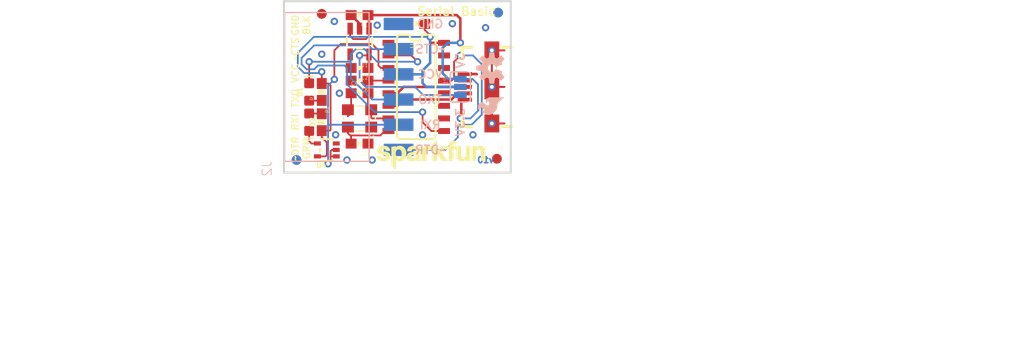
<source format=kicad_pcb>
(kicad_pcb (version 20211014) (generator pcbnew)
  (layers (0 "F.Cu" signal) (31 "B.Cu" signal) (34 "B.Paste" user) (35 "F.Paste" user) (36 "B.SilkS" user "B.Silkscreen") (37 "F.SilkS" user "F.Silkscreen") (38 "B.Mask" user) (39 "F.Mask" user) (44 "Edge.Cuts" user))
  (net 0 "")
  (net 1 "GND")
  (net 2 "~{CTS}")
  (net 3 "~{DTR}")
  (net 4 "3.3V")
  (net 5 "N$1")
  (net 6 "N$2")
  (net 7 "TXO")
  (net 8 "RXI")
  (net 9 "VCC")
  (net 10 "5V")
  (net 11 "N$3")
  (net 12 "N$4")
  (net 13 "N$6")
  (net 14 "N$7")
  (net 15 "V3")
  (net 16 "SHLD")
  (net 17 "N$5")
  (footprint "boardEagle:0603-CAP" (layer "F.Cu") (at 144.6911 110.7186 180)
    (fp_text reference "C5" (at -0.889 -0.762 180) (layer "F.SilkS") (effects (font (size 0.373888 0.373888) (thickness 0.032512)) (justify right top)))
    (fp_text value "10pF")
    (pad "1" smd rect (at -0.85 0 180) (size 1.1 1) (layers "F.Cu" "F.Paste" "F.Mask") (net 1 "GND"))
    (pad "2" smd rect (at 0.85 0 180) (size 1.1 1) (layers "F.Cu" "F.Paste" "F.Mask") (net 11 "N$3"))
  )
  (footprint "boardEagle:0603-CAP" (layer "F.Cu") (at 144.6911 105.6386)
    (fp_text reference "C4" (at -0.889 -0.762) (layer "F.SilkS") (effects (font (size 0.373888 0.373888) (thickness 0.032512)) (justify left bottom)))
    (fp_text value "10pF")
    (pad "1" smd rect (at -0.85 0) (size 1.1 1) (layers "F.Cu" "F.Paste" "F.Mask") (net 1 "GND"))
    (pad "2" smd rect (at 0.85 0) (size 1.1 1) (layers "F.Cu" "F.Paste" "F.Mask") (net 12 "N$4"))
  )
  (footprint "boardEagle:CRYSTAL-SMD-3.2X2.5" (layer "F.Cu") (at 144.6911 108.1786 180)
    (fp_text reference "Y2" (at -1.651 -1.397 180) (layer "F.SilkS") (effects (font (size 0.397256 0.397256) (thickness 0.034544)) (justify right top)))
    (fp_text value "12MHz")
    (pad "1" smd rect (at -1.175 0.875) (size 1.2 1.1) (layers "F.Cu" "F.Paste" "F.Mask") (net 12 "N$4"))
    (pad "2" smd rect (at 1.175 0.875 180) (size 1.2 1.1) (layers "F.Cu" "F.Paste" "F.Mask") (net 1 "GND"))
    (pad "3" smd rect (at 1.175 -0.875 180) (size 1.2 1.1) (layers "F.Cu" "F.Paste" "F.Mask") (net 11 "N$3"))
    (pad "4" smd rect (at -1.175 -0.875) (size 1.2 1.1) (layers "F.Cu" "F.Paste" "F.Mask") (net 1 "GND"))
  )
  (footprint "boardEagle:0603-CAP" (layer "F.Cu") (at 144.6911 97.7646 180)
    (fp_text reference "C1" (at -0.889 -0.762 180) (layer "F.SilkS") (effects (font (size 0.373888 0.373888) (thickness 0.032512)) (justify right top)))
    (fp_text value "1.0uF")
    (pad "1" smd rect (at -0.85 0 180) (size 1.1 1) (layers "F.Cu" "F.Paste" "F.Mask") (net 10 "5V"))
    (pad "2" smd rect (at 0.85 0 180) (size 1.1 1) (layers "F.Cu" "F.Paste" "F.Mask") (net 1 "GND"))
  )
  (footprint "boardEagle:SO016" (layer "F.Cu") (at 150.4061 105.0036 -90)
    (fp_text reference "U2" (at -3.81 0 -90) (layer "F.SilkS") (effects (font (size 0.54864 0.54864) (thickness 0.06096)) (justify left bottom)))
    (fp_text value "CH340G")
    (pad "1" smd rect (at -4.445 2.8 270) (size 0.6 1.2) (layers "F.Cu" "F.Paste" "F.Mask") (net 1 "GND"))
    (pad "2" smd rect (at -3.175 2.8 270) (size 0.6 1.2) (layers "F.Cu" "F.Paste" "F.Mask") (net 7 "TXO"))
    (pad "3" smd rect (at -1.905 2.8 270) (size 0.6 1.2) (layers "F.Cu" "F.Paste" "F.Mask") (net 8 "RXI"))
    (pad "4" smd rect (at -0.635 2.8 270) (size 0.6 1.2) (layers "F.Cu" "F.Paste" "F.Mask") (net 15 "V3"))
    (pad "5" smd rect (at 0.635 2.8 270) (size 0.6 1.2) (layers "F.Cu" "F.Paste" "F.Mask") (net 14 "N$7"))
    (pad "6" smd rect (at 1.905 2.8 270) (size 0.6 1.2) (layers "F.Cu" "F.Paste" "F.Mask") (net 13 "N$6"))
    (pad "7" smd rect (at 3.175 2.8 270) (size 0.6 1.2) (layers "F.Cu" "F.Paste" "F.Mask") (net 12 "N$4"))
    (pad "8" smd rect (at 4.445 2.8 270) (size 0.6 1.2) (layers "F.Cu" "F.Paste" "F.Mask") (net 11 "N$3"))
    (pad "9" smd rect (at 4.445 -2.8 270) (size 0.6 1.2) (layers "F.Cu" "F.Paste" "F.Mask") (net 2 "~{CTS}"))
    (pad "10" smd rect (at 3.175 -2.8 270) (size 0.6 1.2) (layers "F.Cu" "F.Paste" "F.Mask"))
    (pad "11" smd rect (at 1.905 -2.8 270) (size 0.6 1.2) (layers "F.Cu" "F.Paste" "F.Mask"))
    (pad "12" smd rect (at 0.635 -2.8 270) (size 0.6 1.2) (layers "F.Cu" "F.Paste" "F.Mask"))
    (pad "13" smd rect (at -0.635 -2.8 270) (size 0.6 1.2) (layers "F.Cu" "F.Paste" "F.Mask") (net 3 "~{DTR}"))
    (pad "14" smd rect (at -1.905 -2.8 270) (size 0.6 1.2) (layers "F.Cu" "F.Paste" "F.Mask"))
    (pad "15" smd rect (at -3.175 -2.8 270) (size 0.6 1.2) (layers "F.Cu" "F.Paste" "F.Mask"))
    (pad "16" smd rect (at -4.445 -2.8 270) (size 0.6 1.2) (layers "F.Cu" "F.Paste" "F.Mask") (net 9 "VCC"))
  )
  (footprint "boardEagle:0603-CAP" (layer "F.Cu") (at 144.6911 103.0986 180)
    (fp_text reference "C2" (at -0.889 -0.762 180) (layer "F.SilkS") (effects (font (size 0.373888 0.373888) (thickness 0.032512)) (justify right top)))
    (fp_text value "1.0uF")
    (pad "1" smd rect (at -0.85 0 180) (size 1.1 1) (layers "F.Cu" "F.Paste" "F.Mask") (net 4 "3.3V"))
    (pad "2" smd rect (at 0.85 0 180) (size 1.1 1) (layers "F.Cu" "F.Paste" "F.Mask") (net 1 "GND"))
  )
  (footprint "boardEagle:0603-RES" (layer "F.Cu") (at 140.8811 108.5596 -90)
    (fp_text reference "R2" (at -0.889 -0.762 -90) (layer "F.SilkS") (effects (font (size 0.373888 0.373888) (thickness 0.032512)) (justify left bottom)))
    (fp_text value "1K")
    (pad "1" smd rect (at -0.85 0 270) (size 1.1 1) (layers "F.Cu" "F.Paste" "F.Mask") (net 6 "N$2"))
    (pad "2" smd rect (at 0.85 0 270) (size 1.1 1) (layers "F.Cu" "F.Paste" "F.Mask") (net 9 "VCC"))
  )
  (footprint "boardEagle:FIDUCIAL-1X2" (layer "F.Cu") (at 158.5341 112.2426)
    (fp_text reference "JP4" hide)
    (fp_text value "FIDUCIAL1X2" hide)
    (pad "1" smd roundrect (at 0 0) (size 1 1) (layers "F.Cu" "F.Mask") (roundrect_rratio 0.5))
  )
  (footprint "boardEagle:CREATIVE_COMMONS" (layer "F.Cu") (at 128.764644 131.4196)
    (fp_text reference "FRAME1" hide)
    (fp_text value "FRAME-LETTER" hide)
  )
  (footprint "boardEagle:LED-0603" (layer "F.Cu") (at 139.6111 105.5116 90)
    (fp_text reference "D1" (at 0 -0.635 90) (layer "F.SilkS") (effects (font (size 0.48768 0.48768) (thickness 0.12192)) (justify bottom)))
    (fp_text value "GREEN")
    (pad "A" smd roundrect (at -0.877 0) (size 1 1) (layers "F.Cu" "F.Paste" "F.Mask") (roundrect_rratio 0.15) (net 5 "N$1"))
    (pad "C" smd roundrect (at 0.877 0) (size 1 1) (layers "F.Cu" "F.Paste" "F.Mask") (roundrect_rratio 0.15) (net 7 "TXO"))
  )
  (footprint "boardEagle:SFE_LOGO_NAME_.1" (layer "F.Cu") (at 145.9611 113.7666)
    (fp_text reference "LOGO3" hide)
    (fp_text value "SFE_LOGO_NAME.1_INCH" hide)
  )
  (footprint "boardEagle:SOT23-5" (layer "F.Cu") (at 144.6911 100.4316 180)
    (fp_text reference "U1" (at -0.889 -2.159 180) (layer "F.SilkS") (effects (font (size 0.373888 0.373888) (thickness 0.032512)) (justify right top)))
    (fp_text value "AP2112-3.3V")
    (pad "1" smd rect (at -0.95 1.3001 180) (size 0.55 1.2) (layers "F.Cu" "F.Paste" "F.Mask") (net 10 "5V"))
    (pad "2" smd rect (at 0 1.3001 180) (size 0.55 1.2) (layers "F.Cu" "F.Paste" "F.Mask") (net 1 "GND"))
    (pad "3" smd rect (at 0.95 1.3001 180) (size 0.55 1.2) (layers "F.Cu" "F.Paste" "F.Mask") (net 10 "5V"))
    (pad "4" smd rect (at 0.95 -1.3001 180) (size 0.55 1.2) (layers "F.Cu" "F.Paste" "F.Mask"))
    (pad "5" smd rect (at -0.95 -1.3001 180) (size 0.55 1.2) (layers "F.Cu" "F.Paste" "F.Mask") (net 4 "3.3V"))
  )
  (footprint "boardEagle:0603-CAP" (layer "F.Cu") (at 144.6911 104.3686 180)
    (fp_text reference "C6" (at -0.889 -0.762 180) (layer "F.SilkS") (effects (font (size 0.373888 0.373888) (thickness 0.032512)) (justify right top)))
    (fp_text value "10nF")
    (pad "1" smd rect (at -0.85 0 180) (size 1.1 1) (layers "F.Cu" "F.Paste" "F.Mask") (net 15 "V3"))
    (pad "2" smd rect (at 0.85 0 180) (size 1.1 1) (layers "F.Cu" "F.Paste" "F.Mask") (net 1 "GND"))
  )
  (footprint "boardEagle:LED-0603" (layer "F.Cu") (at 139.6111 108.5596 -90)
    (fp_text reference "D2" (at 0 -0.635 -90) (layer "F.SilkS") (effects (font (size 0.48768 0.48768) (thickness 0.12192)) (justify bottom)))
    (fp_text value "Yellow")
    (pad "A" smd roundrect (at -0.877 0 180) (size 1 1) (layers "F.Cu" "F.Paste" "F.Mask") (roundrect_rratio 0.15) (net 6 "N$2"))
    (pad "C" smd roundrect (at 0.877 0 180) (size 1 1) (layers "F.Cu" "F.Paste" "F.Mask") (roundrect_rratio 0.15) (net 17 "N$5"))
  )
  (footprint "boardEagle:FIDUCIAL-1X2" (layer "F.Cu") (at 140.8811 97.6376)
    (fp_text reference "JP3" hide)
    (fp_text value "FIDUCIAL1X2" hide)
    (pad "1" smd roundrect (at 0 0) (size 1 1) (layers "F.Cu" "F.Mask") (roundrect_rratio 0.5))
  )
  (footprint "boardEagle:0603-RES" (layer "F.Cu") (at 140.8811 105.5116 90)
    (fp_text reference "R3" (at -0.889 -0.762 90) (layer "F.SilkS") (effects (font (size 0.373888 0.373888) (thickness 0.032512)) (justify left bottom)))
    (fp_text value "330")
    (pad "1" smd rect (at -0.85 0 90) (size 1.1 1) (layers "F.Cu" "F.Paste" "F.Mask") (net 5 "N$1"))
    (pad "2" smd rect (at 0.85 0 90) (size 1.1 1) (layers "F.Cu" "F.Paste" "F.Mask") (net 9 "VCC"))
  )
  (footprint "boardEagle:0603-CAP" (layer "F.Cu") (at 150.4061 98.6536 180)
    (fp_text reference "C3" (at -0.889 -0.762 180) (layer "F.SilkS") (effects (font (size 0.373888 0.373888) (thickness 0.032512)) (justify right top)))
    (fp_text value "0.1uF")
    (pad "1" smd rect (at -0.85 0 180) (size 1.1 1) (layers "F.Cu" "F.Paste" "F.Mask") (net 9 "VCC"))
    (pad "2" smd rect (at 0.85 0 180) (size 1.1 1) (layers "F.Cu" "F.Paste" "F.Mask") (net 1 "GND"))
  )
  (footprint "boardEagle:SOT353" (layer "F.Cu") (at 141.3891 111.3536 90)
    (fp_text reference "U4" (at -1.27 0 180) (layer "F.SilkS") (effects (font (size 0.48768 0.48768) (thickness 0.12192)) (justify right top)))
    (fp_text value "74LVC1G08SE")
    (pad "1" smd rect (at -0.65 0.95 90) (size 0.42 0.7) (layers "F.Cu" "F.Paste" "F.Mask") (net 8 "RXI"))
    (pad "2" smd rect (at 0 0.95 90) (size 0.42 0.7) (layers "F.Cu" "F.Paste" "F.Mask") (net 8 "RXI"))
    (pad "3" smd rect (at 0.65 0.95 90) (size 0.42 0.7) (layers "F.Cu" "F.Paste" "F.Mask") (net 1 "GND"))
    (pad "4" smd rect (at 0.65 -0.95 90) (size 0.42 0.7) (layers "F.Cu" "F.Paste" "F.Mask") (net 17 "N$5"))
    (pad "5" smd rect (at -0.65 -0.95 90) (size 0.42 0.7) (layers "F.Cu" "F.Paste" "F.Mask") (net 9 "VCC"))
  )
  (footprint "boardEagle:USB-B-MICRO-SMD_V03" (layer "F.Cu") (at 158.0261 105.0036 180)
    (fp_text reference "J1" (at -1.27 -5.969 180) (layer "F.SilkS") (effects (font (size 0.373888 0.373888) (thickness 0.032512)) (justify right top)))
    (fp_text value "microB")
    (pad "" np_thru_hole circle (at 2.2 1.9 180) (size 0.85 0.85) (drill 0.85) (layers *.Cu *.Mask))
    (pad "" np_thru_hole circle (at 2.2 -1.9 180) (size 0.85 0.85) (drill 0.85) (layers *.Cu *.Mask))
    (pad "D+" smd rect (at 2.725 0 270) (size 0.4 1.45) (layers "F.Cu" "F.Paste" "F.Mask") (net 14 "N$7"))
    (pad "D-" smd rect (at 2.725 -0.65 270) (size 0.4 1.45) (layers "F.Cu" "F.Paste" "F.Mask") (net 13 "N$6"))
    (pad "GND" smd rect (at 2.725 1.3 270) (size 0.4 1.45) (layers "F.Cu" "F.Paste" "F.Mask") (net 1 "GND"))
    (pad "ID" smd rect (at 2.725 0.65 270) (size 0.4 1.45) (layers "F.Cu" "F.Paste" "F.Mask"))
    (pad "SHIELD1" smd rect (at 0 -3.685 270) (size 1.8 1.5) (layers "F.Cu") (net 16 "SHLD"))
    (pad "SHIELD2" smd rect (at 0 3.685 270) (size 1.8 1.5) (layers "F.Cu") (net 16 "SHLD"))
    (pad "SHIELD3" smd rect (at 0 0 270) (size 2.5 1.5) (layers "F.Cu") (net 16 "SHLD"))
    (pad "VBUS" smd rect (at 2.725 -1.3 270) (size 0.4 1.45) (layers "F.Cu" "F.Paste" "F.Mask") (net 10 "5V"))
  )
  (footprint "boardEagle:PAD-JUMPER-3-2OF3_NC_BY_PASTE_YES_SILK_FULL_BOX" (layer "B.Cu") (at 154.8511 105.0036 -90)
    (fp_text reference "JP1" (at -1.27 1.27 90) (layer "B.SilkS") (effects (font (size 0.373888 0.373888) (thickness 0.032512)) (justify left bottom mirror)))
    (fp_text value "")
    (pad "1" smd rect (at -0.8128 0 270) (size 0.635 1.27) (layers "B.Cu" "B.Mask") (net 10 "5V"))
    (pad "2" smd rect (at 0 0 270) (size 0.635 1.27) (layers "B.Cu" "B.Mask") (net 9 "VCC"))
    (pad "3" smd rect (at 0.8128 0 270) (size 0.635 1.27) (layers "B.Cu" "B.Mask") (net 4 "3.3V"))
  )
  (footprint "boardEagle:FIDUCIAL-1X2" (layer "B.Cu") (at 138.3411 112.3696 180)
    (fp_text reference "JP5" hide)
    (fp_text value "FIDUCIAL1X2" hide)
    (pad "1" smd roundrect (at 0 0 180) (size 1 1) (layers "B.Cu" "B.Mask") (roundrect_rratio 0.5))
  )
  (footprint "boardEagle:FIDUCIAL-1X2" (layer "B.Cu") (at 158.6611 97.5106 180)
    (fp_text reference "JP6" hide)
    (fp_text value "FIDUCIAL1X2" hide)
    (pad "1" smd roundrect (at 0 0 180) (size 1 1) (layers "B.Cu" "B.Mask") (roundrect_rratio 0.5))
  )
  (footprint "boardEagle:OSHW-LOGO-S" (layer "B.Cu") (at 158.0261 103.0986 -90)
    (fp_text reference "LOGO1" hide)
    (fp_text value "OSHW-LOGOS" hide)
  )
  (footprint "boardEagle:SFE_LOGO_FLAME_.1" (layer "B.Cu") (at 159.5501 105.7656 -90)
    (fp_text reference "LOGO2" hide)
    (fp_text value "SFE_LOGO_FLAME.1_INCH" hide)
  )
  (footprint "boardEagle:1X06-SMD-FEMALE-V2" (layer "B.Cu") (at 145.1991 105.0036 90)
    (fp_text reference "J2" (at -7.4 -9.3 270) (layer "B.SilkS") (effects (font (size 0.92 0.92) (thickness 0.08)) (justify left bottom mirror)))
    (fp_text value "")
    (pad "1" smd rect (at 6.35 3.425 270) (size 1.25 3) (layers "B.Cu" "B.Paste" "B.Mask") (net 1 "GND"))
    (pad "2" smd rect (at 3.81 3.425 270) (size 1.25 3) (layers "B.Cu" "B.Paste" "B.Mask") (net 2 "~{CTS}"))
    (pad "3" smd rect (at 1.27 3.425 270) (size 1.25 3) (layers "B.Cu" "B.Paste" "B.Mask") (net 9 "VCC"))
    (pad "4" smd rect (at -1.27 3.425 270) (size 1.25 3) (layers "B.Cu" "B.Paste" "B.Mask") (net 7 "TXO"))
    (pad "5" smd rect (at -3.81 3.425 270) (size 1.25 3) (layers "B.Cu" "B.Paste" "B.Mask") (net 8 "RXI"))
    (pad "6" smd rect (at -6.35 3.425 270) (size 1.25 3) (layers "B.Cu" "B.Paste" "B.Mask") (net 3 "~{DTR}"))
  )
  (gr_line (start 159.9311 113.6396) (end 137.0711 113.6396) (layer "Edge.Cuts") (width 0.2032))
  (gr_line (start 137.0711 113.6396) (end 137.0711 96.3676) (layer "Edge.Cuts") (width 0.2032))
  (gr_line (start 137.0711 96.3676) (end 159.9311 96.3676) (layer "Edge.Cuts") (width 0.2032))
  (gr_line (start 159.9311 96.3676) (end 159.9311 113.6396) (layer "Edge.Cuts") (width 0.2032))
  (gr_text "v10" (at 157.3911 112.3696) (layer "B.Cu") (effects (font (size 0.6096 0.6096) (thickness 0.2032)) (justify mirror)))
  (gr_text "GND" (at 151.8031 98.6536) (layer "B.SilkS") (effects (font (size 0.8636 0.8636) (thickness 0.1524)) (justify mirror)))
  (gr_text "5V" (at 154.8511 102.3366 -270) (layer "B.SilkS") (effects (font (size 0.8636 0.8636) (thickness 0.1524)) (justify mirror)))
  (gr_text "~DTR" (at 151.8031 111.3536) (layer "B.SilkS") (effects (font (size 0.8636 0.8636) (thickness 0.1524)) (justify mirror)))
  (gr_text "TXO" (at 151.8031 106.2736) (layer "B.SilkS") (effects (font (size 0.8636 0.8636) (thickness 0.1524)) (justify mirror)))
  (gr_text "3.3V" (at 154.8511 108.5596 -270) (layer "B.SilkS") (effects (font (size 0.8636 0.8636) (thickness 0.1524)) (justify mirror)))
  (gr_text "RXI" (at 151.8031 108.8136) (layer "B.SilkS") (effects (font (size 0.8636 0.8636) (thickness 0.1524)) (justify mirror)))
  (gr_text "~CTS" (at 151.8031 101.1936) (layer "B.SilkS") (effects (font (size 0.8636 0.8636) (thickness 0.1524)) (justify mirror)))
  (gr_text "VCC" (at 151.8031 103.7336) (layer "B.SilkS") (effects (font (size 0.8636 0.8636) (thickness 0.1524)) (justify mirror)))
  (gr_text "~DTR" (at 138.2141 111.2266 90) (layer "F.SilkS") (effects (font (size 0.69088 0.69088) (thickness 0.12192))))
  (gr_text "BLK" (at 139.3571 98.7806 90) (layer "F.SilkS") (effects (font (size 0.69088 0.69088) (thickness 0.12192))))
  (gr_text "GND" (at 138.2141 98.7806 90) (layer "F.SilkS") (effects (font (size 0.69088 0.69088) (thickness 0.12192))))
  (gr_text "RXI" (at 138.2141 108.5596 90) (layer "F.SilkS") (effects (font (size 0.69088 0.69088) (thickness 0.12192))))
  (gr_text "~CTS" (at 138.2141 101.1936 90) (layer "F.SilkS") (effects (font (size 0.69088 0.69088) (thickness 0.12192))))
  (gr_text "TXO" (at 138.2141 106.1466 90) (layer "F.SilkS") (effects (font (size 0.69088 0.69088) (thickness 0.12192))))
  (gr_text "Serial Basic" (at 154.4701 97.3836) (layer "F.SilkS") (effects (font (size 0.8636 0.8636) (thickness 0.1524))))
  (gr_text "VCC" (at 138.2141 103.6066 90) (layer "F.SilkS") (effects (font (size 0.69088 0.69088) (thickness 0.12192))))
  (gr_text "GRN" (at 139.3571 111.2266 90) (layer "F.SilkS") (effects (font (size 0.69088 0.69088) (thickness 0.12192))))
  (segment (start 143.5161 107.3036) (end 143.5161 107.9566) (width 0.1778) (layer "F.Cu") (net 1))
  (segment (start 144.6911 99.1315) (end 144.6911 98.6146) (width 0.254) (layer "F.Cu") (net 1))
  (segment (start 144.6911 98.6146) (end 143.8411 97.7646) (width 0.254) (layer "F.Cu") (net 1))
  (segment (start 143.8411 105.6386) (end 143.8411 107.6316) (width 0.1778) (layer "F.Cu") (net 1))
  (segment (start 143.8411 107.6316) (end 143.5161 107.9566) (width 0.1778) (layer "F.Cu") (net 1))
  (segment (start 156.4721 103.7036) (end 156.5021 103.7336) (width 0.254) (layer "F.Cu") (net 1))
  (segment (start 155.3011 103.7036) (end 156.4721 103.7036) (width 0.254) (layer "F.Cu") (net 1))
  (via (at 140.8811 101.7016) (size 0.7366) (drill 0.381) (layers "F.Cu" "B.Cu") (net 1))
  (via (at 146.4691 98.7806) (size 0.7366) (drill 0.381) (layers "F.Cu" "B.Cu") (net 1))
  (via (at 157.3911 99.0346) (size 0.7366) (drill 0.381) (layers "F.Cu" "B.Cu") (net 1))
  (via (at 145.9611 112.3696) (size 0.7366) (drill 0.381) (layers "F.Cu" "B.Cu") (net 1))
  (via (at 142.1511 98.3996) (size 0.7366) (drill 0.381) (layers "F.Cu" "B.Cu") (net 1))
  (via (at 151.0411 109.8296) (size 0.7366) (drill 0.381) (layers "F.Cu" "B.Cu") (net 1))
  (via (at 142.2781 109.8296) (size 0.7366) (drill 0.381) (layers "F.Cu" "B.Cu") (net 1))
  (via (at 154.0461 98.6266) (size 0.7366) (drill 0.381) (layers "F.Cu" "B.Cu") (net 1))
  (via (at 156.1211 109.8296) (size 0.7366) (drill 0.381) (layers "F.Cu" "B.Cu") (net 1))
  (via (at 142.6591 105.6386) (size 0.7366) (drill 0.381) (layers "F.Cu" "B.Cu") (net 1))
  (via (at 143.4211 112.3696) (size 0.7366) (drill 0.381) (layers "F.Cu" "B.Cu") (net 1))
  (segment (start 151.0411 108.5596) (end 151.0411 107.5436) (width 0.1778) (layer "F.Cu") (net 2))
  (segment (start 153.2061 109.4486) (end 151.9301 109.4486) (width 0.1778) (layer "F.Cu") (net 2))
  (segment (start 151.9301 109.4486) (end 151.0411 108.5596) (width 0.1778) (layer "F.Cu") (net 2))
  (via (at 151.0411 107.5436) (size 0.7366) (drill 0.381) (layers "F.Cu" "B.Cu") (net 2))
  (segment (start 145.9611 101.1936) (end 148.6241 101.1936) (width 0.1778) (layer "B.Cu") (net 2))
  (segment (start 138.8491 102.7176) (end 138.8491 102.0826) (width 0.1778) (layer "B.Cu") (net 2))
  (segment (start 151.0411 107.5436) (end 146.2151 107.5436) (width 0.1778) (layer "B.Cu") (net 2))
  (segment (start 139.3571 103.2256) (end 138.8491 102.7176) (width 0.1778) (layer "B.Cu") (net 2))
  (segment (start 140.1191 100.8126) (end 138.8491 102.0826) (width 0.1778) (layer "B.Cu") (net 2))
  (segment (start 143.1671 102.8446) (end 143.4211 103.0986) (width 0.1778) (layer "B.Cu") (net 2))
  (segment (start 140.5001 102.8446) (end 143.1671 102.8446) (width 0.1778) (layer "B.Cu") (net 2))
  (segment (start 140.1191 103.2256) (end 139.3571 103.2256) (width 0.1778) (layer "B.Cu") (net 2))
  (segment (start 145.9611 101.1936) (end 145.5801 100.8126) (width 0.1778) (layer "B.Cu") (net 2))
  (segment (start 143.4211 104.7496) (end 143.4211 103.0986) (width 0.1778) (layer "B.Cu") (net 2))
  (segment (start 145.5801 100.8126) (end 140.1191 100.8126) (width 0.1778) (layer "B.Cu") (net 2))
  (segment (start 146.2151 107.5436) (end 143.4211 104.7496) (width 0.1778) (layer "B.Cu") (net 2))
  (segment (start 140.1191 103.2256) (end 140.5001 102.8446) (width 0.1778) (layer "B.Cu") (net 2))
  (segment (start 154.2161 104.1146) (end 154.2161 102.4636) (width 0.1778) (layer "F.Cu") (net 3))
  (segment (start 153.9621 104.3686) (end 154.2161 104.1146) (width 0.1778) (layer "F.Cu") (net 3))
  (segment (start 153.2061 104.3686) (end 153.9621 104.3686) (width 0.1778) (layer "F.Cu") (net 3))
  (segment (start 154.2161 102.4636) (end 154.8511 101.8286) (width 0.1778) (layer "F.Cu") (net 3))
  (via (at 154.8511 101.8286) (size 0.7366) (drill 0.381) (layers "F.Cu" "B.Cu") (net 3))
  (segment (start 157.0101 107.7976) (end 157.0101 102.7176) (width 0.1778) (layer "B.Cu") (net 3))
  (segment (start 148.6241 111.3536) (end 153.3271 111.3536) (width 0.1778) (layer "B.Cu") (net 3))
  (segment (start 154.5971 109.0676) (end 154.5971 110.0836) (width 0.1778) (layer "B.Cu") (net 3))
  (segment (start 156.1211 101.8286) (end 154.8511 101.8286) (width 0.1778) (layer "B.Cu") (net 3))
  (segment (start 154.5971 110.0836) (end 153.3271 111.3536) (width 0.1778) (layer "B.Cu") (net 3))
  (segment (start 157.0101 107.7976) (end 155.9941 108.8136) (width 0.1778) (layer "B.Cu") (net 3))
  (segment (start 155.9941 108.8136) (end 154.8511 108.8136) (width 0.1778) (layer "B.Cu") (net 3))
  (segment (start 154.5971 109.0676) (end 154.8511 108.8136) (width 0.1778) (layer "B.Cu") (net 3))
  (segment (start 157.0101 102.7176) (end 156.1211 101.8286) (width 0.1778) (layer "B.Cu") (net 3))
  (segment (start 144.6911 101.8286) (end 145.611 101.8286) (width 0.1778) (layer "F.Cu") (net 4))
  (segment (start 145.611 101.8286) (end 145.611 101.7618) (width 0.254) (layer "F.Cu") (net 4))
  (segment (start 145.6411 101.7317) (end 145.6411 102.9986) (width 0.254) (layer "F.Cu") (net 4))
  (segment (start 145.6411 102.9986) (end 145.5411 103.0986) (width 0.254) (layer "F.Cu") (net 4))
  (segment (start 145.611 101.7618) (end 145.6411 101.7317) (width 0.254) (layer "F.Cu") (net 4))
  (via (at 144.6911 101.8286) (size 0.7366) (drill 0.381) (layers "F.Cu" "B.Cu") (net 4))
  (segment (start 144.6911 104.3686) (end 144.6911 101.8286) (width 0.1778) (layer "B.Cu") (net 4))
  (segment (start 150.2791 105.0036) (end 145.3261 105.0036) (width 0.1778) (layer "B.Cu") (net 4))
  (segment (start 151.0919 105.8164) (end 150.2791 105.0036) (width 0.1778) (layer "B.Cu") (net 4))
  (segment (start 145.3261 105.0036) (end 144.6911 104.3686) (width 0.1778) (layer "B.Cu") (net 4))
  (segment (start 154.8511 105.8164) (end 151.0919 105.8164) (width 0.1778) (layer "B.Cu") (net 4))
  (segment (start 140.8541 106.3886) (end 140.8811 106.3616) (width 0.1778) (layer "F.Cu") (net 5))
  (segment (start 139.6111 106.3886) (end 140.8541 106.3886) (width 0.1778) (layer "F.Cu") (net 5))
  (segment (start 140.8541 107.6826) (end 140.8811 107.7096) (width 0.1778) (layer "F.Cu") (net 6))
  (segment (start 139.6111 107.6826) (end 140.8541 107.6826) (width 0.1778) (layer "F.Cu") (net 6))
  (segment (start 147.6061 101.8286) (end 149.8981 101.8286) (width 0.1778) (layer "F.Cu") (net 7))
  (segment (start 149.8981 101.8286) (end 150.5331 102.4636) (width 0.1778) (layer "F.Cu") (net 7))
  (segment (start 139.6111 102.4636) (end 139.6111 104.6346) (width 0.1778) (layer "F.Cu") (net 7))
  (via (at 139.6111 102.4636) (size 0.7366) (drill 0.381) (layers "F.Cu" "B.Cu") (net 7))
  (via (at 150.5331 102.4636) (size 0.7366) (drill 0.381) (layers "F.Cu" "B.Cu") (net 7))
  (segment (start 145.9611 106.2736) (end 143.8021 104.1146) (width 0.1778) (layer "B.Cu") (net 7))
  (segment (start 145.1991 101.1936) (end 144.3101 101.1936) (width 0.1778) (layer "B.Cu") (net 7))
  (segment (start 150.5331 102.4636) (end 146.4691 102.4636) (width 0.1778) (layer "B.Cu") (net 7))
  (segment (start 146.4691 102.4636) (end 145.1991 101.1936) (width 0.1778) (layer "B.Cu") (net 7))
  (segment (start 139.6111 102.4636) (end 143.8021 102.4636) (width 0.1778) (layer "B.Cu") (net 7))
  (segment (start 144.3101 101.1936) (end 143.8021 101.7016) (width 0.1778) (layer "B.Cu") (net 7))
  (segment (start 143.8021 101.7016) (end 143.8021 102.4636) (width 0.1778) (layer "B.Cu") (net 7))
  (segment (start 143.8021 102.4636) (end 143.8021 104.1146) (width 0.1778) (layer "B.Cu") (net 7))
  (segment (start 148.6241 106.2736) (end 145.9611 106.2736) (width 0.1778) (layer "B.Cu") (net 7))
  (segment (start 146.5961 102.8446) (end 146.5961 101.3206) (width 0.1778) (layer "F.Cu") (net 8))
  (segment (start 145.9611 100.6856) (end 142.7861 100.6856) (width 0.1778) (layer "F.Cu") (net 8))
  (segment (start 142.3391 111.3536) (end 141.8971 111.3536) (width 0.1778) (layer "F.Cu") (net 8))
  (segment (start 141.7851 112.0036) (end 141.7701 111.9886) (width 0.1778) (layer "F.Cu") (net 8))
  (segment (start 141.8971 111.3536) (end 141.7701 111.4806) (width 0.1778) (layer "F.Cu") (net 8))
  (segment (start 141.7701 112.4966) (end 141.5161 112.7506) (width 0.1778) (layer "F.Cu") (net 8))
  (segment (start 147.6061 103.0986) (end 146.8501 103.0986) (width 0.1778) (layer "F.Cu") (net 8))
  (segment (start 146.8501 103.0986) (end 146.5961 102.8446) (width 0.1778) (layer "F.Cu") (net 8))
  (segment (start 141.7701 111.4806) (end 141.7701 111.9886) (width 0.1778) (layer "F.Cu") (net 8))
  (segment (start 141.7701 111.9886) (end 141.7701 112.4966) (width 0.1778) (layer "F.Cu") (net 8))
  (segment (start 142.1511 101.3206) (end 142.1511 104.2416) (width 0.1778) (layer "F.Cu") (net 8))
  (segment (start 142.7861 100.6856) (end 142.1511 101.3206) (width 0.1778) (layer "F.Cu") (net 8))
  (segment (start 146.5961 101.3206) (end 145.9611 100.6856) (width 0.1778) (layer "F.Cu") (net 8))
  (segment (start 142.3391 112.0036) (end 141.7851 112.0036) (width 0.1778) (layer "F.Cu") (net 8))
  (via (at 141.5161 112.7506) (size 0.7366) (drill 0.381) (layers "F.Cu" "B.Cu") (net 8))
  (via (at 142.1511 104.2416) (size 0.7366) (drill 0.381) (layers "F.Cu" "B.Cu") (net 8))
  (segment (start 148.6241 108.8136) (end 141.5161 108.8136) (width 0.1778) (layer "B.Cu") (net 8))
  (segment (start 142.1511 104.2416) (end 141.5161 104.8766) (width 0.1778) (layer "B.Cu") (net 8))
  (segment (start 141.5161 108.8136) (end 141.5161 104.8766) (width 0.1778) (layer "B.Cu") (net 8))
  (segment (start 141.5161 108.8136) (end 141.5161 112.7506) (width 0.1778) (layer "B.Cu") (net 8))
  (segment (start 151.8031 99.7966) (end 151.8031 99.9586) (width 0.1778) (layer "F.Cu") (net 9))
  (segment (start 141.3891 111.8616) (end 141.3891 110.5916) (width 0.1778) (layer "F.Cu") (net 9))
  (segment (start 140.4391 112.0036) (end 141.2471 112.0036) (width 0.1778) (layer "F.Cu") (net 9))
  (segment (start 140.8811 109.4096) (end 141.6821 109.4096) (width 0.1778) (layer "F.Cu") (net 9))
  (segment (start 141.7701 109.3216) (end 141.7701 104.8766) (width 0.1778) (layer "F.Cu") (net 9))
  (segment (start 141.2471 112.0036) (end 141.3891 111.8616) (width 0.1778) (layer "F.Cu") (net 9))
  (segment (start 140.8811 104.6616) (end 141.5551 104.6616) (width 0.1778) (layer "F.Cu") (net 9))
  (segment (start 141.6821 109.4096) (end 141.7701 109.3216) (width 0.1778) (layer "F.Cu") (net 9))
  (segment (start 151.9221 100.5586) (end 151.8031 100.4396) (width 0.254) (layer "F.Cu") (net 9))
  (segment (start 140.8811 104.6616) (end 140.8811 103.4796) (width 0.1778) (layer "F.Cu") (net 9))
  (segment (start 141.3891 110.5916) (end 140.8811 110.0836) (width 0.1778) (layer "F.Cu") (net 9))
  (segment (start 151.8031 100.4396) (end 151.8031 99.9586) (width 0.254) (layer "F.Cu") (net 9))
  (segment (start 151.2561 99.2496) (end 151.8031 99.7966) (width 0.1778) (layer "F.Cu") (net 9))
  (segment (start 140.8811 110.0836) (end 140.8811 109.4096) (width 0.1778) (layer "F.Cu") (net 9))
  (segment (start 141.5551 104.6616) (end 141.7701 104.8766) (width 0.1778) (layer "F.Cu") (net 9))
  (segment (start 153.2061 100.5586) (end 151.9221 100.5586) (width 0.254) (layer "F.Cu") (net 9))
  (segment (start 151.2561 98.6536) (end 151.2561 99.2496) (width 0.1778) (layer "F.Cu") (net 9))
  (via (at 140.8811 103.4796) (size 0.7366) (drill 0.381) (layers "F.Cu" "B.Cu") (net 9))
  (via (at 151.8031 99.9586) (size 0.7366) (drill 0.381) (layers "F.Cu" "B.Cu") (net 9))
  (segment (start 140.7541 103.6066) (end 140.8811 103.4796) (width 0.1778) (layer "B.Cu") (net 9))
  (segment (start 151.0411 103.3526) (end 151.8031 102.5906) (width 0.254) (layer "B.Cu") (net 9))
  (segment (start 151.0411 104.6226) (end 151.0411 103.7336) (width 0.254) (layer "B.Cu") (net 9))
  (segment (start 151.0411 103.3526) (end 151.0411 103.7336) (width 0.254) (layer "B.Cu") (net 9))
  (segment (start 151.4221 105.0036) (end 151.0411 104.6226) (width 0.254) (layer "B.Cu") (net 9))
  (segment (start 154.8511 105.0036) (end 151.4221 105.0036) (width 0.254) (layer "B.Cu") (net 9))
  (segment (start 138.4681 102.9716) (end 139.1031 103.6066) (width 0.1778) (layer "B.Cu") (net 9))
  (segment (start 140.0841 99.9586) (end 138.4681 101.5746) (width 0.1778) (layer "B.Cu") (net 9))
  (segment (start 151.8031 99.9586) (end 140.0841 99.9586) (width 0.1778) (layer "B.Cu") (net 9))
  (segment (start 138.4681 101.5746) (end 138.4681 102.9716) (width 0.1778) (layer "B.Cu") (net 9))
  (segment (start 139.1031 103.6066) (end 140.7541 103.6066) (width 0.1778) (layer "B.Cu") (net 9))
  (segment (start 151.8031 102.5906) (end 151.8031 99.9586) (width 0.254) (layer "B.Cu") (net 9))
  (segment (start 148.6241 103.7336) (end 151.0411 103.7336) (width 0.254) (layer "B.Cu") (net 9))
  (segment (start 143.7411 99.1315) (end 143.7411 99.8626) (width 0.1778) (layer "F.Cu") (net 10))
  (segment (start 145.6411 99.8626) (end 145.3261 100.1776) (width 0.1778) (layer "F.Cu") (net 10))
  (segment (start 155.3011 106.3036) (end 154.9481 106.3036) (width 0.254) (layer "F.Cu") (net 10))
  (segment (start 145.3261 100.1776) (end 144.0561 100.1776) (width 0.1778) (layer "F.Cu") (net 10))
  (segment (start 145.6411 97.8646) (end 145.5411 97.7646) (width 0.254) (layer "F.Cu") (net 10))
  (segment (start 154.9481 108.0816) (end 154.8511 108.1786) (width 0.254) (layer "F.Cu") (net 10))
  (segment (start 145.6411 99.1315) (end 145.6411 97.8646) (width 0.254) (layer "F.Cu") (net 10))
  (segment (start 154.9481 106.3036) (end 154.9481 108.0816) (width 0.254) (layer "F.Cu") (net 10))
  (segment (start 145.5411 97.7646) (end 154.4961 97.7646) (width 0.254) (layer "F.Cu") (net 10))
  (segment (start 145.6411 99.1315) (end 145.6411 99.8626) (width 0.1778) (layer "F.Cu") (net 10))
  (segment (start 144.0561 100.1776) (end 143.7411 99.8626) (width 0.1778) (layer "F.Cu") (net 10))
  (segment (start 154.8511 98.1196) (end 154.8511 100.5586) (width 0.254) (layer "F.Cu") (net 10))
  (segment (start 154.8511 98.1196) (end 154.4961 97.7646) (width 0.254) (layer "F.Cu") (net 10))
  (via (at 154.8511 100.5586) (size 0.7366) (drill 0.381) (layers "F.Cu" "B.Cu") (net 10))
  (via (at 154.8511 108.1786) (size 0.7366) (drill 0.381) (layers "F.Cu" "B.Cu") (net 10))
  (segment (start 154.8511 104.1908) (end 153.6223 104.1908) (width 0.254) (layer "B.Cu") (net 10))
  (segment (start 153.6223 104.1908) (end 153.0711 103.6396) (width 0.254) (layer "B.Cu") (net 10))
  (segment (start 153.0711 103.6396) (end 153.0711 101.0686) (width 0.254) (layer "B.Cu") (net 10))
  (segment (start 153.5811 100.5586) (end 154.8511 100.5586) (width 0.254) (layer "B.Cu") (net 10))
  (segment (start 154.8511 104.1908) (end 156.0703 104.1908) (width 0.1778) (layer "B.Cu") (net 10))
  (segment (start 153.0711 101.0686) (end 153.5811 100.5586) (width 0.254) (layer "B.Cu") (net 10))
  (segment (start 156.6291 107.4166) (end 155.8671 108.1786) (width 0.1778) (layer "B.Cu") (net 10))
  (segment (start 156.6291 107.4166) (end 156.6291 104.7496) (width 0.1778) (layer "B.Cu") (net 10))
  (segment (start 156.0703 104.1908) (end 156.6291 104.7496) (width 0.1778) (layer "B.Cu") (net 10))
  (segment (start 155.8671 108.1786) (end 154.8511 108.1786) (width 0.1778) (layer "B.Cu") (net 10))
  (segment (start 143.7386 109.8931) (end 143.5161 109.6706) (width 0.1778) (layer "F.Cu") (net 11))
  (segment (start 143.5161 109.0536) (end 143.5161 109.6706) (width 0.1778) (layer "F.Cu") (net 11))
  (segment (start 143.8656 109.8931) (end 143.7386 109.8931) (width 0.1778) (layer "F.Cu") (net 11))
  (segment (start 143.8656 109.8931) (end 146.7866 109.8931) (width 0.1778) (layer "F.Cu") (net 11))
  (segment (start 147.6061 109.4486) (end 147.2311 109.4486) (width 0.1778) (layer "F.Cu") (net 11))
  (segment (start 147.2311 109.4486) (end 146.7866 109.8931) (width 0.1778) (layer "F.Cu") (net 11))
  (segment (start 143.8411 110.7186) (end 143.8411 109.9176) (width 0.1778) (layer "F.Cu") (net 11))
  (segment (start 143.8411 109.9176) (end 143.8656 109.8931) (width 0.1778) (layer "F.Cu") (net 11))
  (segment (start 145.8661 108.0836) (end 145.8661 107.3036) (width 0.1778) (layer "F.Cu") (net 12))
  (segment (start 147.6061 108.1786) (end 145.9611 108.1786) (width 0.1778) (layer "F.Cu") (net 12))
  (segment (start 145.8661 108.0836) (end 145.9611 108.1786) (width 0.1778) (layer "F.Cu") (net 12))
  (segment (start 145.5411 106.9786) (end 145.8661 107.3036) (width 0.1778) (layer "F.Cu") (net 12))
  (segment (start 145.5411 105.6386) (end 145.5411 106.9786) (width 0.1778) (layer "F.Cu") (net 12))
  (segment (start 148.5011 106.9086) (end 147.6061 106.9086) (width 0.254) (layer "F.Cu") (net 13))
  (segment (start 154.5694 105.6536) (end 153.9494 106.2736) (width 0.254) (layer "F.Cu") (net 13))
  (segment (start 155.3011 105.6536) (end 154.5694 105.6536) (width 0.4064) (layer "F.Cu") (net 13))
  (segment (start 153.9494 106.2736) (end 149.1361 106.2736) (width 0.254) (layer "F.Cu") (net 13))
  (segment (start 149.1361 106.2736) (end 148.5011 106.9086) (width 0.254) (layer "F.Cu") (net 13))
  (segment (start 155.3011 105.0036) (end 149.1361 105.0036) (width 0.254) (layer "F.Cu") (net 14))
  (segment (start 148.5011 105.6386) (end 147.6061 105.6386) (width 0.254) (layer "F.Cu") (net 14))
  (segment (start 149.1361 105.0036) (end 148.5011 105.6386) (width 0.254) (layer "F.Cu") (net 14))
  (segment (start 147.6061 104.3686) (end 145.5411 104.3686) (width 0.1778) (layer "F.Cu") (net 15))
  (segment (start 158.0261 105.0036) (end 159.2961 105.0036) (width 0.2032) (layer "F.Cu") (net 16))
  (segment (start 158.0261 108.6866) (end 159.2961 108.6866) (width 0.2032) (layer "F.Cu") (net 16))
  (segment (start 158.0261 101.3206) (end 159.2961 101.3206) (width 0.2032) (layer "F.Cu") (net 16))
  (segment (start 158.0261 108.6866) (end 158.0261 101.3206) (width 0.2032) (layer "F.Cu") (net 16))
  (via (at 158.0261 108.6866) (size 0.7366) (drill 0.381) (layers "F.Cu" "B.Cu") (net 16))
  (via (at 158.0261 101.3206) (size 0.7366) (drill 0.381) (layers "F.Cu" "B.Cu") (net 16))
  (via (at 158.0261 105.0036) (size 0.7366) (drill 0.381) (layers "F.Cu" "B.Cu") (net 16))
  (segment (start 139.6111 109.4366) (end 139.6111 110.4646) (width 0.1778) (layer "F.Cu") (net 17))
  (segment (start 140.4391 110.7036) (end 139.8501 110.7036) (width 0.1778) (layer "F.Cu") (net 17))
  (segment (start 139.6111 110.4646) (end 139.8501 110.7036) (width 0.1778) (layer "F.Cu") (net 17))
)
</source>
